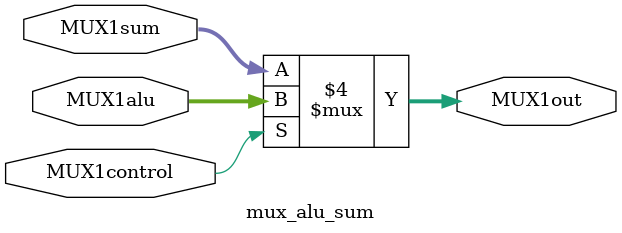
<source format=v>
module mux_alu_sum(
    input [31:0] MUX1sum,
    input [31:0] MUX1alu,
    input MUX1control,
    output reg [31:0] MUX1out
    );

    always @(MUX1sum, MUX1alu, MUX1control)
    begin
        if (MUX1control == 0) begin
            MUX1out = MUX1sum;
        end
        else begin
            MUX1out = MUX1alu;
        end
    end
endmodule

/* module mux_alu_sum(
    input [31:0] MUXsum,
    input [31:0] MUX1alu,
    input MUXsum_aluop,
    output reg [31:0] MUXsum_aluout
    );

    always @(MUXsum, MUX1alu, MUXsum_aluop)
    begin
        case(MUXsum_aluop)
            0: MUXsum_aluout = MUXsum;
            1: MUXsum_aluout = MUX1alu;
        endcase
    end
endmodule */
</source>
